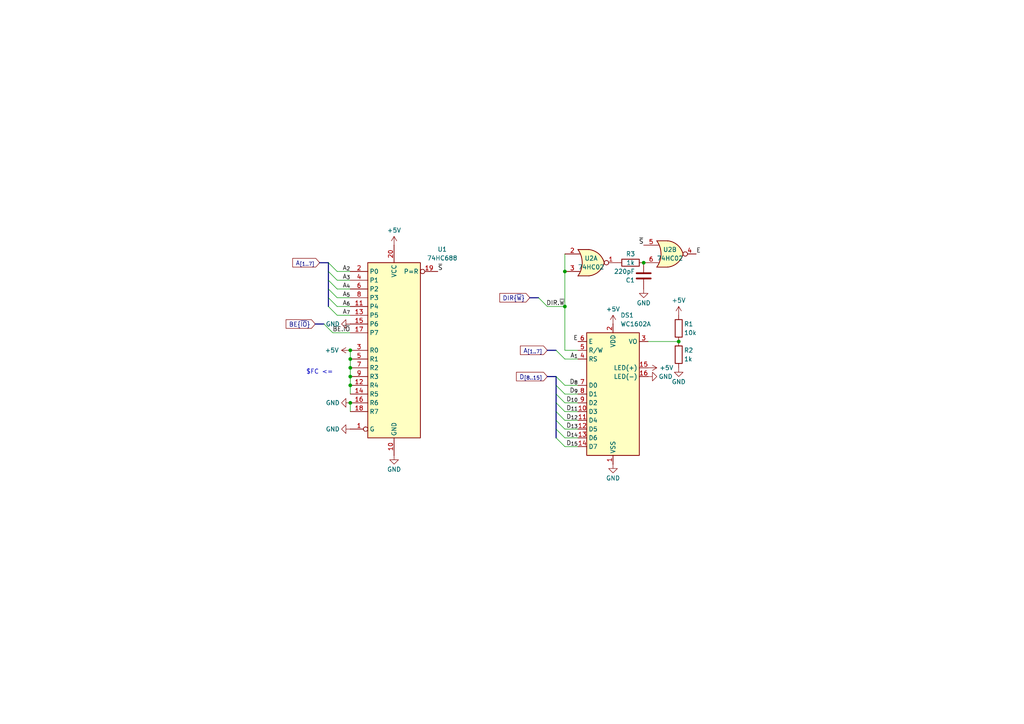
<source format=kicad_sch>
(kicad_sch (version 20250114) (generator "eeschema") (generator_version "9.0")
  (paper "A4")
  (lib_symbols
    (symbol "74xx:74HC02" (pin_names (offset 1.016))
      (property "Reference" "U" (at 0 1.27 0))
      (property "Value" "74HC02" (at 0 -1.27 0))
      (symbol "74HC02_1_1"
        (arc (start -3.81 3.81) (mid -2.589 0) (end -3.81 -3.81) (stroke (width 0.254)))
        (polyline (pts (xy -3.81 3.81) (xy -0.635 3.81)) (stroke (width 0.254)) (fill (type background)))
        (polyline (pts (xy -3.81 -3.81) (xy -0.635 -3.81)) (stroke (width 0.254)) (fill (type background)))
        (arc (start 3.81 0) (mid 2.1855 -2.584) (end -0.6096 -3.81) (stroke (width 0.254)) (fill (type background)))
        (arc (start -0.6096 3.81) (mid 2.1928 2.5924) (end 3.81 0) (stroke (width 0.254)) (fill (type background)))
        (polyline (pts (xy -0.635 3.81) (xy -3.81 3.81) (xy -3.81 3.81) (xy -3.556 3.4036) (xy -3.0226 2.2606) (xy -2.6924 1.0414) (xy -2.6162 -0.254) (xy -2.7686 -1.4986) (xy -3.175 -2.7178) (xy -3.81 -3.81) (xy -3.81 -3.81) (xy -0.635 -3.81)) (stroke (width -25.4)) (fill (type background)))
        (pin input line (at -7.62 2.54 0) (length 4.318) (name "~") (number "2"))
        (pin input line (at -7.62 -2.54 0) (length 4.318) (name "~") (number "3"))
        (pin output inverted (at 7.62 0 180) (length 3.81) (name "~") (number "1"))
      )
      (symbol "74HC02_1_2"
        (arc (start 0 3.81) (mid 3.7934 0) (end 0 -3.81) (stroke (width 0.254)) (fill (type background)))
        (polyline (pts (xy 0 3.81) (xy -3.81 3.81) (xy -3.81 -3.81) (xy 0 -3.81)) (stroke (width 0.254)) (fill (type background)))
        (pin input inverted (at -7.62 2.54 0) (length 3.81) (name "~") (number "2"))
        (pin input inverted (at -7.62 -2.54 0) (length 3.81) (name "~") (number "3"))
        (pin output line (at 7.62 0 180) (length 3.81) (name "~") (number "1"))
      )
      (symbol "74HC02_2_1"
        (arc (start -3.81 3.81) (mid -2.589 0) (end -3.81 -3.81) (stroke (width 0.254)))
        (polyline (pts (xy -3.81 3.81) (xy -0.635 3.81)) (stroke (width 0.254)) (fill (type background)))
        (polyline (pts (xy -3.81 -3.81) (xy -0.635 -3.81)) (stroke (width 0.254)) (fill (type background)))
        (arc (start 3.81 0) (mid 2.1855 -2.584) (end -0.6096 -3.81) (stroke (width 0.254)) (fill (type background)))
        (arc (start -0.6096 3.81) (mid 2.1928 2.5924) (end 3.81 0) (stroke (width 0.254)) (fill (type background)))
        (polyline (pts (xy -0.635 3.81) (xy -3.81 3.81) (xy -3.81 3.81) (xy -3.556 3.4036) (xy -3.0226 2.2606) (xy -2.6924 1.0414) (xy -2.6162 -0.254) (xy -2.7686 -1.4986) (xy -3.175 -2.7178) (xy -3.81 -3.81) (xy -3.81 -3.81) (xy -0.635 -3.81)) (stroke (width -25.4)) (fill (type background)))
        (pin input line (at -7.62 2.54 0) (length 4.318) (name "~") (number "5"))
        (pin input line (at -7.62 -2.54 0) (length 4.318) (name "~") (number "6"))
        (pin output inverted (at 7.62 0 180) (length 3.81) (name "~") (number "4"))
      )
      (symbol "74HC02_2_2"
        (arc (start 0 3.81) (mid 3.7934 0) (end 0 -3.81) (stroke (width 0.254)) (fill (type background)))
        (polyline (pts (xy 0 3.81) (xy -3.81 3.81) (xy -3.81 -3.81) (xy 0 -3.81)) (stroke (width 0.254)) (fill (type background)))
        (pin input inverted (at -7.62 2.54 0) (length 3.81) (name "~") (number "5"))
        (pin input inverted (at -7.62 -2.54 0) (length 3.81) (name "~") (number "6"))
        (pin output line (at 7.62 0 180) (length 3.81) (name "~") (number "4"))
      )
      (symbol "74HC02_3_1"
        (arc (start -3.81 3.81) (mid -2.589 0) (end -3.81 -3.81) (stroke (width 0.254)))
        (polyline (pts (xy -3.81 3.81) (xy -0.635 3.81)) (stroke (width 0.254)) (fill (type background)))
        (polyline (pts (xy -3.81 -3.81) (xy -0.635 -3.81)) (stroke (width 0.254)) (fill (type background)))
        (arc (start 3.81 0) (mid 2.1855 -2.584) (end -0.6096 -3.81) (stroke (width 0.254)) (fill (type background)))
        (arc (start -0.6096 3.81) (mid 2.1928 2.5924) (end 3.81 0) (stroke (width 0.254)) (fill (type background)))
        (polyline (pts (xy -0.635 3.81) (xy -3.81 3.81) (xy -3.81 3.81) (xy -3.556 3.4036) (xy -3.0226 2.2606) (xy -2.6924 1.0414) (xy -2.6162 -0.254) (xy -2.7686 -1.4986) (xy -3.175 -2.7178) (xy -3.81 -3.81) (xy -3.81 -3.81) (xy -0.635 -3.81)) (stroke (width -25.4)) (fill (type background)))
        (pin input line (at -7.62 2.54 0) (length 4.318) (name "~") (number "8"))
        (pin input line (at -7.62 -2.54 0) (length 4.318) (name "~") (number "9"))
        (pin output inverted (at 7.62 0 180) (length 3.81) (name "~") (number "10"))
      )
      (symbol "74HC02_3_2"
        (arc (start 0 3.81) (mid 3.7934 0) (end 0 -3.81) (stroke (width 0.254)) (fill (type background)))
        (polyline (pts (xy 0 3.81) (xy -3.81 3.81) (xy -3.81 -3.81) (xy 0 -3.81)) (stroke (width 0.254)) (fill (type background)))
        (pin input inverted (at -7.62 2.54 0) (length 3.81) (name "~") (number "8"))
        (pin input inverted (at -7.62 -2.54 0) (length 3.81) (name "~") (number "9"))
        (pin output line (at 7.62 0 180) (length 3.81) (name "~") (number "10"))
      )
      (symbol "74HC02_4_1"
        (arc (start -3.81 3.81) (mid -2.589 0) (end -3.81 -3.81) (stroke (width 0.254)))
        (polyline (pts (xy -3.81 3.81) (xy -0.635 3.81)) (stroke (width 0.254)) (fill (type background)))
        (polyline (pts (xy -3.81 -3.81) (xy -0.635 -3.81)) (stroke (width 0.254)) (fill (type background)))
        (arc (start 3.81 0) (mid 2.1855 -2.584) (end -0.6096 -3.81) (stroke (width 0.254)) (fill (type background)))
        (arc (start -0.6096 3.81) (mid 2.1928 2.5924) (end 3.81 0) (stroke (width 0.254)) (fill (type background)))
        (polyline (pts (xy -0.635 3.81) (xy -3.81 3.81) (xy -3.81 3.81) (xy -3.556 3.4036) (xy -3.0226 2.2606) (xy -2.6924 1.0414) (xy -2.6162 -0.254) (xy -2.7686 -1.4986) (xy -3.175 -2.7178) (xy -3.81 -3.81) (xy -3.81 -3.81) (xy -0.635 -3.81)) (stroke (width -25.4)) (fill (type background)))
        (pin input line (at -7.62 2.54 0) (length 4.318) (name "~") (number "11"))
        (pin input line (at -7.62 -2.54 0) (length 4.318) (name "~") (number "12"))
        (pin output inverted (at 7.62 0 180) (length 3.81) (name "~") (number "13"))
      )
      (symbol "74HC02_4_2"
        (arc (start 0 3.81) (mid 3.7934 0) (end 0 -3.81) (stroke (width 0.254)) (fill (type background)))
        (polyline (pts (xy 0 3.81) (xy -3.81 3.81) (xy -3.81 -3.81) (xy 0 -3.81)) (stroke (width 0.254)) (fill (type background)))
        (pin input inverted (at -7.62 2.54 0) (length 3.81) (name "~") (number "11"))
        (pin input inverted (at -7.62 -2.54 0) (length 3.81) (name "~") (number "12"))
        (pin output line (at 7.62 0 180) (length 3.81) (name "~") (number "13"))
      )
      (symbol "74HC02_5_0"
        (pin power_in line (at 0 12.7 270) (length 5.08) (name "VCC") (number "14"))
        (pin power_in line (at 0 -12.7 90) (length 5.08) (name "GND") (number "7"))
      )
      (symbol "74HC02_5_1"
        (rectangle (start -5.08 7.62) (end 5.08 -7.62) (stroke (width 0.254)) (fill (type background)))
      )
    )
    (symbol "74xx:74HC688"
      (property "Reference" "U" (at -7.62 26.67 0))
      (property "Value" "74HC688" (at -7.62 -26.67 0))
      (symbol "74HC688_1_0"
        (pin input line (at -12.7 22.86 0) (length 5.08) (name "P0") (number "2"))
        (pin input line (at -12.7 20.32 0) (length 5.08) (name "P1") (number "4"))
        (pin input line (at -12.7 17.78 0) (length 5.08) (name "P2") (number "6"))
        (pin input line (at -12.7 15.24 0) (length 5.08) (name "P3") (number "8"))
        (pin input line (at -12.7 12.7 0) (length 5.08) (name "P4") (number "11"))
        (pin input line (at -12.7 10.16 0) (length 5.08) (name "P5") (number "13"))
        (pin input line (at -12.7 7.62 0) (length 5.08) (name "P6") (number "15"))
        (pin input line (at -12.7 5.08 0) (length 5.08) (name "P7") (number "17"))
        (pin input line (at -12.7 0 0) (length 5.08) (name "R0") (number "3"))
        (pin input line (at -12.7 -2.54 0) (length 5.08) (name "R1") (number "5"))
        (pin input line (at -12.7 -5.08 0) (length 5.08) (name "R2") (number "7"))
        (pin input line (at -12.7 -7.62 0) (length 5.08) (name "R3") (number "9"))
        (pin input line (at -12.7 -10.16 0) (length 5.08) (name "R4") (number "12"))
        (pin input line (at -12.7 -12.7 0) (length 5.08) (name "R5") (number "14"))
        (pin input line (at -12.7 -15.24 0) (length 5.08) (name "R6") (number "16"))
        (pin input line (at -12.7 -17.78 0) (length 5.08) (name "R7") (number "18"))
        (pin input inverted (at -12.7 -22.86 0) (length 5.08) (name "G") (number "1"))
        (pin power_in line (at 0 30.48 270) (length 5.08) (name "VCC") (number "20"))
        (pin power_in line (at 0 -30.48 90) (length 5.08) (name "GND") (number "10"))
        (pin output inverted (at 12.7 22.86 180) (length 5.08) (name "P=R") (number "19"))
      )
      (symbol "74HC688_1_1"
        (rectangle (start -7.62 25.4) (end 7.62 -25.4) (stroke (width 0.254)) (fill (type background)))
      )
    )
    (symbol "Device:C" (pin_numbers (hide yes)) (pin_names (offset 0.254))
      (property "Reference" "C" (at 0.635 2.54 0))
      (property "Value" "C" (at 0.635 -2.54 0))
      (symbol "C_0_1"
        (polyline (pts (xy -2.032 0.762) (xy 2.032 0.762)) (stroke (width 0.508)))
        (polyline (pts (xy -2.032 -0.762) (xy 2.032 -0.762)) (stroke (width 0.508)))
      )
      (symbol "C_1_1"
        (pin passive line (at 0 3.81 270) (length 2.794) (name "~") (number "1"))
        (pin passive line (at 0 -3.81 90) (length 2.794) (name "~") (number "2"))
      )
    )
    (symbol "Device:R" (pin_numbers (hide yes)) (pin_names (offset 0))
      (property "Reference" "R" (at 2.032 0 90))
      (property "Value" "R" (at 0 0 90))
      (symbol "R_0_1"
        (rectangle (start -1.016 -2.54) (end 1.016 2.54) (stroke (width 0.254)))
      )
      (symbol "R_1_1"
        (pin passive line (at 0 3.81 270) (length 1.27) (name "~") (number "1"))
        (pin passive line (at 0 -3.81 90) (length 1.27) (name "~") (number "2"))
      )
    )
    (symbol "Display_Character:WC1602A"
      (property "Reference" "DS" (at -5.842 19.05 0))
      (property "Value" "WC1602A" (at 5.334 19.05 0))
      (symbol "WC1602A_1_1"
        (rectangle (start -7.62 17.78) (end 7.62 -17.78) (stroke (width 0.254)) (fill (type background)))
        (pin input line (at -10.16 15.24 0) (length 2.54) (name "E") (number "6"))
        (pin input line (at -10.16 12.7 0) (length 2.54) (name "R/W") (number "5"))
        (pin input line (at -10.16 10.16 0) (length 2.54) (name "RS") (number "4"))
        (pin input line (at -10.16 2.54 0) (length 2.54) (name "D0") (number "7"))
        (pin input line (at -10.16 0 0) (length 2.54) (name "D1") (number "8"))
        (pin input line (at -10.16 -2.54 0) (length 2.54) (name "D2") (number "9"))
        (pin input line (at -10.16 -5.08 0) (length 2.54) (name "D3") (number "10"))
        (pin input line (at -10.16 -7.62 0) (length 2.54) (name "D4") (number "11"))
        (pin input line (at -10.16 -10.16 0) (length 2.54) (name "D5") (number "12"))
        (pin input line (at -10.16 -12.7 0) (length 2.54) (name "D6") (number "13"))
        (pin input line (at -10.16 -15.24 0) (length 2.54) (name "D7") (number "14"))
        (pin power_in line (at 0 20.32 270) (length 2.54) (name "VDD") (number "2"))
        (pin power_in line (at 0 -20.32 90) (length 2.54) (name "VSS") (number "1"))
        (pin input line (at 10.16 15.24 180) (length 2.54) (name "VO") (number "3"))
        (pin power_in line (at 10.16 7.62 180) (length 2.54) (name "LED(+)") (number "15"))
        (pin power_in line (at 10.16 5.08 180) (length 2.54) (name "LED(-)") (number "16"))
      )
    )
    (symbol "power:+9V" (power) (pin_numbers (hide yes)) (pin_names (offset 0) (hide yes))
      (property "Value" "+9V" (at 0 3.556 0))
      (symbol "+9V_0_1"
        (polyline (pts (xy -0.762 1.27) (xy 0 2.54)))
        (polyline (pts (xy 0 2.54) (xy 0.762 1.27)))
        (polyline (pts (xy 0 0) (xy 0 2.54)))
      )
      (symbol "+9V_1_1"
        (pin power_in line (at 0 0 90) (length 0) (name "~") (number "1"))
      )
    )
    (symbol "power:GND" (power) (pin_numbers (hide yes)) (pin_names (offset 0) (hide yes))
      (property "Value" "GND" (at 0 -3.81 0))
      (symbol "GND_0_1"
        (polyline (pts (xy 0 0) (xy 0 -1.27) (xy 1.27 -1.27) (xy 0 -2.54) (xy -1.27 -1.27) (xy 0 -1.27)))
      )
      (symbol "GND_1_1"
        (pin power_in line (at 0 0 270) (length 0) (name "~") (number "1"))
      )
    )
  )
  (text "$FC <=" (at 92.71 107.95 0) (effects (font (size 1.27 1.27))))
  (junction (at 101.6 109.22))
  (junction (at 101.6 106.68))
  (junction (at 196.85 99.06))
  (junction (at 163.83 78.74))
  (junction (at 322.58 43.18))
  (junction (at 101.6 101.6))
  (junction (at 322.58 40.64))
  (junction (at 101.6 116.84))
  (junction (at 322.58 35.56))
  (junction (at 163.83 88.9))
  (junction (at 101.6 104.14))
  (junction (at 101.6 111.76))
  (junction (at 186.69 76.2))
  (no_connect (at 337.82 38.1))
  (no_connect (at 337.82 45.72))
  (bus_entry (at 163.83 127) (size -2.54 -2.54))
  (bus_entry (at 97.79 81.28) (size -2.54 -2.54))
  (bus_entry (at 97.79 83.82) (size -2.54 -2.54))
  (bus_entry (at 97.79 91.44) (size -2.54 -2.54))
  (bus_entry (at 97.79 78.74) (size -2.54 -2.54))
  (bus_entry (at 163.83 111.76) (size -2.54 -2.54))
  (bus_entry (at 163.83 124.46) (size -2.54 -2.54))
  (bus_entry (at 163.83 121.92) (size -2.54 -2.54))
  (bus_entry (at 163.83 114.3) (size -2.54 -2.54))
  (bus_entry (at 163.83 129.54) (size -2.54 -2.54))
  (bus_entry (at 163.83 119.38) (size -2.54 -2.54))
  (bus_entry (at 96.52 96.52) (size -2.54 -2.54))
  (bus_entry (at 97.79 88.9) (size -2.54 -2.54))
  (bus_entry (at 163.83 116.84) (size -2.54 -2.54))
  (bus_entry (at 163.83 104.14) (size -2.54 -2.54))
  (bus_entry (at 97.79 86.36) (size -2.54 -2.54))
  (bus_entry (at 158.75 88.9) (size -2.54 -2.54))
  (wire (pts (xy 322.58 43.18) (xy 322.58 48.26)))
  (wire (pts (xy 167.64 119.38) (xy 163.83 119.38)))
  (wire (pts (xy 101.6 109.22) (xy 101.6 111.76)))
  (wire (pts (xy 167.64 124.46) (xy 163.83 124.46)))
  (bus (pts (xy 95.25 81.28) (xy 95.25 78.74)))
  (bus (pts (xy 95.25 83.82) (xy 95.25 81.28)))
  (wire (pts (xy 163.83 101.6) (xy 167.64 101.6)))
  (bus (pts (xy 161.29 119.38) (xy 161.29 116.84)))
  (wire (pts (xy 167.64 129.54) (xy 163.83 129.54)))
  (wire (pts (xy 167.64 127) (xy 163.83 127)))
  (wire (pts (xy 101.6 83.82) (xy 97.79 83.82)))
  (wire (pts (xy 163.83 73.66) (xy 163.83 78.74)))
  (wire (pts (xy 167.64 111.76) (xy 163.83 111.76)))
  (wire (pts (xy 101.6 116.84) (xy 101.6 119.38)))
  (wire (pts (xy 101.6 78.74) (xy 97.79 78.74)))
  (wire (pts (xy 167.64 104.14) (xy 163.83 104.14)))
  (wire (pts (xy 101.6 96.52) (xy 96.52 96.52)))
  (wire (pts (xy 167.64 121.92) (xy 163.83 121.92)))
  (wire (pts (xy 101.6 106.68) (xy 101.6 109.22)))
  (wire (pts (xy 101.6 88.9) (xy 97.79 88.9)))
  (bus (pts (xy 161.29 121.92) (xy 161.29 119.38)))
  (bus (pts (xy 161.29 127) (xy 161.29 124.46)))
  (bus (pts (xy 92.71 76.2) (xy 95.25 76.2)))
  (wire (pts (xy 196.85 99.06) (xy 187.96 99.06)))
  (wire (pts (xy 101.6 91.44) (xy 97.79 91.44)))
  (wire (pts (xy 167.64 116.84) (xy 163.83 116.84)))
  (wire (pts (xy 163.83 88.9) (xy 158.75 88.9)))
  (bus (pts (xy 158.75 109.22) (xy 161.29 109.22)))
  (bus (pts (xy 95.25 76.2) (xy 95.25 78.74)))
  (bus (pts (xy 91.44 93.98) (xy 93.98 93.98)))
  (wire (pts (xy 101.6 101.6) (xy 101.6 104.14)))
  (bus (pts (xy 161.29 111.76) (xy 161.29 109.22)))
  (bus (pts (xy 161.29 116.84) (xy 161.29 114.3)))
  (wire (pts (xy 101.6 81.28) (xy 97.79 81.28)))
  (bus (pts (xy 161.29 114.3) (xy 161.29 111.76)))
  (wire (pts (xy 163.83 88.9) (xy 163.83 101.6)))
  (bus (pts (xy 153.67 86.36) (xy 156.21 86.36)))
  (wire (pts (xy 163.83 78.74) (xy 163.83 88.9)))
  (wire (pts (xy 101.6 86.36) (xy 97.79 86.36)))
  (bus (pts (xy 158.75 101.6) (xy 161.29 101.6)))
  (wire (pts (xy 322.58 35.56) (xy 322.58 40.64)))
  (wire (pts (xy 101.6 104.14) (xy 101.6 106.68)))
  (wire (pts (xy 322.58 40.64) (xy 322.58 43.18)))
  (bus (pts (xy 95.25 88.9) (xy 95.25 86.36)))
  (wire (pts (xy 167.64 114.3) (xy 163.83 114.3)))
  (wire (pts (xy 101.6 111.76) (xy 101.6 114.3)))
  (bus (pts (xy 161.29 124.46) (xy 161.29 121.92)))
  (bus (pts (xy 95.25 86.36) (xy 95.25 83.82)))
  (label "A_{6}" (at 101.6 88.9 180))
  (label "~{S}" (at 127 78.74 0))
  (label "A_{2}" (at 101.6 78.74 180))
  (label "A_{7}" (at 101.6 91.44 180))
  (label "D_{14}" (at 167.64 127 180))
  (label "E" (at 201.93 73.66 0))
  (label "D_{13}" (at 167.64 124.46 180))
  (label "D_{12}" (at 167.64 121.92 180))
  (label "A_{5}" (at 101.6 86.36 180))
  (label "~{S}" (at 186.69 71.12 180))
  (label "D_{15}" (at 167.64 129.54 180))
  (label "D_{8}" (at 167.64 111.76 180))
  (label "DIR.~{W}" (at 163.83 88.9 180))
  (label "E" (at 167.64 99.06 180))
  (label "A_{3}" (at 101.6 81.28 180))
  (label "D_{11}" (at 167.64 119.38 180))
  (label "BE.~{IO}" (at 101.6 96.52 180))
  (label "A_{1}" (at 167.64 104.14 180))
  (label "D_{10}" (at 167.64 116.84 180))
  (label "D_{9}" (at 167.64 114.3 180))
  (label "A_{4}" (at 101.6 83.82 180))
  (global_label "BE{~{IO}}" (shape input) (at 91.44 93.98 180) (property "Intersheetrefs" "${INTERSHEET_REFS}" (effects (hide yes))))
  (global_label "DIR{~{W}}" (shape input) (at 153.67 86.36 180) (property "Intersheetrefs" "${INTERSHEET_REFS}" (effects (hide yes))))
  (global_label "A_{[1..7]}" (shape input) (at 92.71 76.2 180) (property "Intersheetrefs" "${INTERSHEET_REFS}" (effects (hide yes))))
  (global_label "D_{[8..15]}" (shape input) (at 158.75 109.22 180) (property "Intersheetrefs" "${INTERSHEET_REFS}" (effects (hide yes))))
  (global_label "A_{[1..7]}" (shape input) (at 158.75 101.6 180) (property "Intersheetrefs" "${INTERSHEET_REFS}" (effects (hide yes))))
  (symbol (lib_id "power:+9V") (at 114.3 71.12 0) (unit 1)
    (property "Reference" "#PWR09" (effects (hide yes)))
    (property "Value" "+5V" (at 114.3 66.802 0))
    (property "Description" "Power symbol creates a global label with name \"+9V\"" (effects (hide yes)))
  )
  (symbol (lib_id "power:GND") (at 196.85 106.68 0) (mirror y) (unit 1)
    (property "Reference" "#PWR02" (effects (hide yes)))
    (property "Value" "GND" (at 196.85 110.744 0))
    (property "Description" "Power symbol creates a global label with name \"GND\" , ground" (effects (hide yes)))
  )
  (symbol (lib_id "power:+9V") (at 101.6 101.6 90) (mirror x) (unit 1)
    (property "Reference" "#PWR08" (effects (hide yes)))
    (property "Value" "+5V" (at 98.298 101.6 90) (effects (justify left)))
    (property "Description" "Power symbol creates a global label with name \"+9V\"" (effects (hide yes)))
  )
  (symbol (lib_id "Display_Character:WC1602A") (at 177.8 114.3 0) (unit 1)
    (property "Reference" "DS1" (at 179.9433 91.44 0) (effects (justify left)))
    (property "Value" "WC1602A" (at 179.9433 93.98 0) (effects (justify left)))
    (property "Footprint" "Display:WC1602A" (effects (hide yes)))
    (property "Datasheet" "http://www.wincomlcd.com/pdf/WC1602A-SFYLYHTC06.pdf" (effects (hide yes)))
    (property "Description" "LCD 16x2 Alphanumeric , 8 bit parallel bus, 5V VDD" (effects (hide yes)))
  )
  (symbol (lib_id "power:+9V") (at 187.96 106.68 270) (unit 1)
    (property "Reference" "#PWR06" (effects (hide yes)))
    (property "Value" "+5V" (at 191.262 106.68 90) (effects (justify left)))
    (property "Description" "Power symbol creates a global label with name \"+9V\"" (effects (hide yes)))
  )
  (symbol (lib_id "power:GND") (at 187.96 109.22 90) (mirror x) (unit 1)
    (property "Reference" "#PWR0222" (effects (hide yes)))
    (property "Value" "GND" (at 191.008 109.22 90) (effects (justify right)))
    (property "Description" "Power symbol creates a global label with name \"GND\" , ground" (effects (hide yes)))
  )
  (symbol (lib_id "power:+9V") (at 317.5 12.7 90) (mirror x) (unit 1)
    (property "Reference" "#PWR013" (effects (hide yes)))
    (property "Value" "+5V" (at 314.198 12.7 90) (effects (justify left)))
    (property "Description" "Power symbol creates a global label with name \"+9V\"" (effects (hide yes)))
  )
  (symbol (lib_id "power:GND") (at 114.3 132.08 0) (mirror y) (unit 1)
    (property "Reference" "#PWR010" (effects (hide yes)))
    (property "Value" "GND" (at 114.3 136.144 0))
    (property "Description" "Power symbol creates a global label with name \"GND\" , ground" (effects (hide yes)))
  )
  (symbol (lib_id "power:GND") (at 101.6 116.84 270) (unit 1)
    (property "Reference" "#PWR05" (effects (hide yes)))
    (property "Value" "GND" (at 98.552 116.84 90) (effects (justify right)))
    (property "Description" "Power symbol creates a global label with name \"GND\" , ground" (effects (hide yes)))
  )
  (symbol (lib_id "power:GND") (at 177.8 134.62 0) (mirror y) (unit 1)
    (property "Reference" "#PWR07" (effects (hide yes)))
    (property "Value" "GND" (at 177.8 138.684 0))
    (property "Description" "Power symbol creates a global label with name \"GND\" , ground" (effects (hide yes)))
  )
  (symbol (lib_id "power:GND") (at 322.58 35.56 270) (unit 1)
    (property "Reference" "#PWR012" (effects (hide yes)))
    (property "Value" "GND" (at 319.532 35.56 90) (effects (justify right)))
    (property "Description" "Power symbol creates a global label with name \"GND\" , ground" (effects (hide yes)))
  )
  (symbol (lib_id "Device:R") (at 196.85 102.87 0) (unit 1)
    (property "Reference" "R2" (at 198.374 101.6 0) (effects (justify left)))
    (property "Value" "1k" (at 198.374 104.14 0) (effects (justify left)))
    (property "Description" "Resistor" (effects (hide yes)))
  )
  (symbol (lib_id "74xx:74HC02") (at 194.31 73.66 0) (unit 2)
    (property "Reference" "U2" (at 194.31 72.39 0))
    (property "Value" "74HC02" (at 194.31 74.93 0))
    (property "Datasheet" "http://www.ti.com/lit/gpn/sn74hc02" (effects (hide yes)))
    (property "Description" "quad 2-input NOR gate" (effects (hide yes)))
  )
  (symbol (lib_id "74xx:74HC688") (at 114.3 101.6 0) (unit 1)
    (property "Reference" "U1" (at 128.27 72.3198 0))
    (property "Value" "74HC688" (at 128.27 74.8598 0))
    (property "Datasheet" "https://www.ti.com/lit/ds/symlink/cd54hc688.pdf" (effects (hide yes)))
    (property "Description" "8-bit magnitude comparator" (effects (hide yes)))
  )
  (symbol (lib_id "74xx:74HC02") (at 330.2 45.72 0) (unit 4)
    (property "Reference" "U2" (at 330.2 44.45 0))
    (property "Value" "74HC02" (at 330.2 46.99 0))
    (property "Datasheet" "http://www.ti.com/lit/gpn/sn74hc02" (effects (hide yes)))
    (property "Description" "quad 2-input NOR gate" (effects (hide yes)))
  )
  (symbol (lib_id "power:GND") (at 186.69 83.82 0) (mirror y) (unit 1)
    (property "Reference" "#PWR016" (effects (hide yes)))
    (property "Value" "GND" (at 186.69 87.884 0))
    (property "Description" "Power symbol creates a global label with name \"GND\" , ground" (effects (hide yes)))
  )
  (symbol (lib_id "power:GND") (at 101.6 124.46 270) (unit 1)
    (property "Reference" "#PWR015" (effects (hide yes)))
    (property "Value" "GND" (at 98.552 124.46 90) (effects (justify right)))
    (property "Description" "Power symbol creates a global label with name \"GND\" , ground" (effects (hide yes)))
  )
  (symbol (lib_id "power:+9V") (at 177.8 93.98 0) (unit 1)
    (property "Reference" "#PWR01" (effects (hide yes)))
    (property "Value" "+5V" (at 177.8 89.662 0))
    (property "Description" "Power symbol creates a global label with name \"+9V\"" (effects (hide yes)))
  )
  (symbol (lib_id "74xx:74HC02") (at 330.2 12.7 90) (unit 5)
    (property "Reference" "U2" (at 330.2 11.43 90))
    (property "Value" "74HC02" (at 330.2 13.97 90))
    (property "Datasheet" "http://www.ti.com/lit/gpn/sn74hc02" (effects (hide yes)))
    (property "Description" "quad 2-input NOR gate" (effects (hide yes)))
  )
  (symbol (lib_id "power:GND") (at 101.6 93.98 270) (unit 1)
    (property "Reference" "#PWR017" (effects (hide yes)))
    (property "Value" "GND" (at 98.552 93.98 90) (effects (justify right)))
    (property "Description" "Power symbol creates a global label with name \"GND\" , ground" (effects (hide yes)))
  )
  (symbol (lib_id "74xx:74HC02") (at 330.2 38.1 0) (unit 3)
    (property "Reference" "U2" (at 330.2 36.83 0))
    (property "Value" "74HC02" (at 330.2 39.37 0))
    (property "Datasheet" "http://www.ti.com/lit/gpn/sn74hc02" (effects (hide yes)))
    (property "Description" "quad 2-input NOR gate" (effects (hide yes)))
  )
  (symbol (lib_id "power:+9V") (at 196.85 91.44 0) (unit 1)
    (property "Reference" "#PWR03" (effects (hide yes)))
    (property "Value" "+5V" (at 196.85 87.122 0))
    (property "Description" "Power symbol creates a global label with name \"+9V\"" (effects (hide yes)))
  )
  (symbol (lib_id "Device:R") (at 182.88 76.2 90) (unit 1)
    (property "Reference" "R3" (at 182.88 73.66 90))
    (property "Value" "1k" (at 182.88 76.2 90))
    (property "Description" "Resistor" (effects (hide yes)))
  )
  (symbol (lib_id "Device:R") (at 196.85 95.25 0) (unit 1)
    (property "Reference" "R1" (at 198.374 93.98 0) (effects (justify left)))
    (property "Value" "10k" (at 198.374 96.52 0) (effects (justify left)))
    (property "Description" "Resistor" (effects (hide yes)))
  )
  (symbol (lib_id "Device:C") (at 186.69 80.01 0) (unit 1)
    (property "Reference" "C1" (at 184.15 81.28 0) (effects (justify right)))
    (property "Value" "220pF" (at 184.15 78.74 0) (effects (justify right)))
    (property "Description" "Unpolarized capacitor" (effects (hide yes)))
  )
  (symbol (lib_id "74xx:74HC02") (at 171.45 76.2 0) (unit 1)
    (property "Reference" "U2" (at 171.45 74.93 0))
    (property "Value" "74HC02" (at 171.45 77.47 0))
    (property "Datasheet" "http://www.ti.com/lit/gpn/sn74hc02" (effects (hide yes)))
    (property "Description" "quad 2-input NOR gate" (effects (hide yes)))
  )
  (symbol (lib_id "power:GND") (at 342.9 12.7 90) (mirror x) (unit 1)
    (property "Reference" "#PWR014" (effects (hide yes)))
    (property "Value" "GND" (at 345.948 12.7 90) (effects (justify right)))
    (property "Description" "Power symbol creates a global label with name \"GND\" , ground" (effects (hide yes)))
  )
)
</source>
